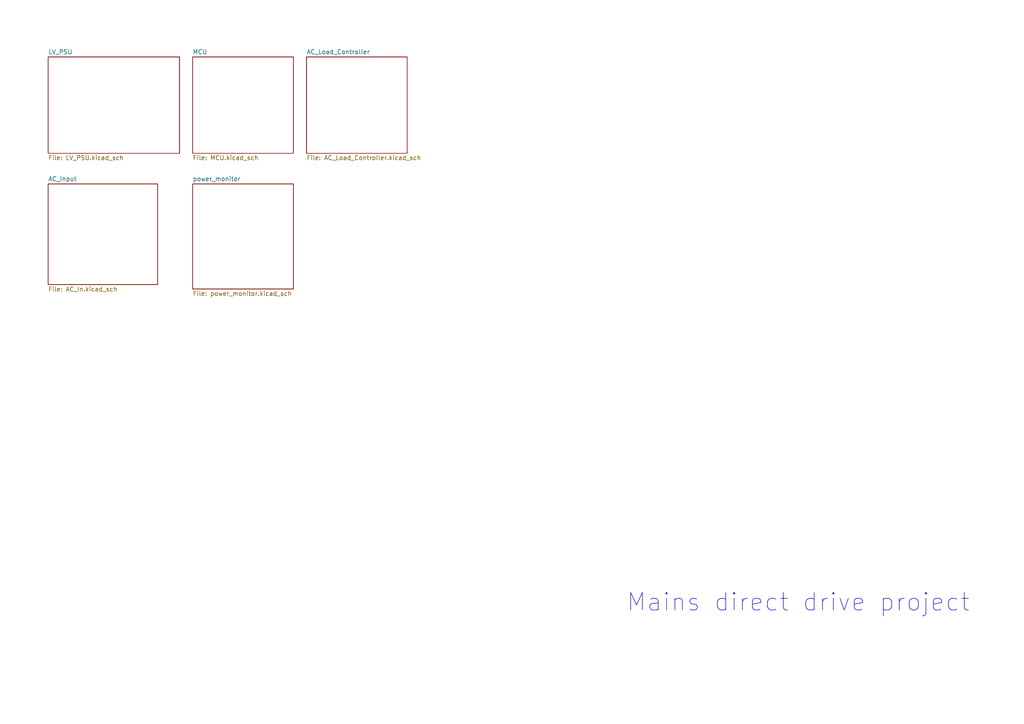
<source format=kicad_sch>
(kicad_sch (version 20211123) (generator eeschema)

  (uuid b171cd1c-8505-4d32-ab1b-18e098ba24e3)

  (paper "A4")

  (lib_symbols
  )


  (text "Mains direct drive project\n" (at 181.61 177.8 0)
    (effects (font (size 5.08 5.08)) (justify left bottom))
    (uuid 6d351fbc-acea-4811-9948-d4294e2759e2)
  )

  (sheet (at 13.97 53.34) (size 31.75 29.21) (fields_autoplaced)
    (stroke (width 0.1524) (type solid) (color 0 0 0 0))
    (fill (color 0 0 0 0.0000))
    (uuid 4c5d423a-c043-4f2a-9c9c-8d016974b6ee)
    (property "Sheet name" "AC_Input" (id 0) (at 13.97 52.6284 0)
      (effects (font (size 1.27 1.27)) (justify left bottom))
    )
    (property "Sheet file" "AC_In.kicad_sch" (id 1) (at 13.97 83.1346 0)
      (effects (font (size 1.27 1.27)) (justify left top))
    )
  )

  (sheet (at 55.88 16.51) (size 29.21 27.94) (fields_autoplaced)
    (stroke (width 0.1524) (type solid) (color 0 0 0 0))
    (fill (color 0 0 0 0.0000))
    (uuid 5c5c0372-91ba-444d-a300-79e288c744d7)
    (property "Sheet name" "MCU" (id 0) (at 55.88 15.7984 0)
      (effects (font (size 1.27 1.27)) (justify left bottom))
    )
    (property "Sheet file" "MCU.kicad_sch" (id 1) (at 55.88 45.0346 0)
      (effects (font (size 1.27 1.27)) (justify left top))
    )
  )

  (sheet (at 55.88 53.34) (size 29.21 30.48) (fields_autoplaced)
    (stroke (width 0.1524) (type solid) (color 0 0 0 0))
    (fill (color 0 0 0 0.0000))
    (uuid 8befc8c4-1a7d-4b18-adb8-89418994d134)
    (property "Sheet name" "power_monitor" (id 0) (at 55.88 52.6284 0)
      (effects (font (size 1.27 1.27)) (justify left bottom))
    )
    (property "Sheet file" "power_monitor.kicad_sch" (id 1) (at 55.88 84.4046 0)
      (effects (font (size 1.27 1.27)) (justify left top))
    )
  )

  (sheet (at 13.97 16.51) (size 38.1 27.94) (fields_autoplaced)
    (stroke (width 0.1524) (type solid) (color 0 0 0 0))
    (fill (color 0 0 0 0.0000))
    (uuid c5e739fd-d08e-410d-bcdd-6b62be08df5c)
    (property "Sheet name" "LV_PSU" (id 0) (at 13.97 15.7984 0)
      (effects (font (size 1.27 1.27)) (justify left bottom))
    )
    (property "Sheet file" "LV_PSU.kicad_sch" (id 1) (at 13.97 45.0346 0)
      (effects (font (size 1.27 1.27)) (justify left top))
    )
  )

  (sheet (at 88.9 16.51) (size 29.21 27.94) (fields_autoplaced)
    (stroke (width 0.1524) (type solid) (color 0 0 0 0))
    (fill (color 0 0 0 0.0000))
    (uuid f8271573-48bd-46c4-8c54-7f4e6bdd3847)
    (property "Sheet name" "AC_Load_Controller" (id 0) (at 88.9 15.7984 0)
      (effects (font (size 1.27 1.27)) (justify left bottom))
    )
    (property "Sheet file" "AC_Load_Controller.kicad_sch" (id 1) (at 88.9 45.0346 0)
      (effects (font (size 1.27 1.27)) (justify left top))
    )
  )

  (sheet_instances
    (path "/" (page "1"))
    (path "/c5e739fd-d08e-410d-bcdd-6b62be08df5c" (page "2"))
    (path "/5c5c0372-91ba-444d-a300-79e288c744d7" (page "3"))
    (path "/f8271573-48bd-46c4-8c54-7f4e6bdd3847" (page "4"))
    (path "/4c5d423a-c043-4f2a-9c9c-8d016974b6ee" (page "5"))
    (path "/8befc8c4-1a7d-4b18-adb8-89418994d134" (page "6"))
  )

  (symbol_instances
    (path "/5c5c0372-91ba-444d-a300-79e288c744d7/0ae77505-c3c8-4162-82d5-eb1f4e3c4ecf"
      (reference "#PWR?") (unit 1) (value "+3.3V") (footprint "")
    )
    (path "/5c5c0372-91ba-444d-a300-79e288c744d7/0b6e1634-77b0-4cb5-a8d4-e843a2164614"
      (reference "#PWR?") (unit 1) (value "+3.3V") (footprint "")
    )
    (path "/f8271573-48bd-46c4-8c54-7f4e6bdd3847/0f96ab99-9e62-4980-8eff-79d72afc6a61"
      (reference "#PWR?") (unit 1) (value "GND") (footprint "")
    )
    (path "/5c5c0372-91ba-444d-a300-79e288c744d7/144104ba-dfc4-463a-8f0f-4cec3998ceaa"
      (reference "#PWR?") (unit 1) (value "GND") (footprint "")
    )
    (path "/5c5c0372-91ba-444d-a300-79e288c744d7/2120fe75-f444-4898-bbac-00e619f0a569"
      (reference "#PWR?") (unit 1) (value "GND") (footprint "")
    )
    (path "/8befc8c4-1a7d-4b18-adb8-89418994d134/23b1d6e4-7eb1-4e0b-bfe5-c606ba0761f7"
      (reference "#PWR?") (unit 1) (value "GND") (footprint "")
    )
    (path "/f8271573-48bd-46c4-8c54-7f4e6bdd3847/29c68b6a-1a56-4537-a571-42ef2b61782c"
      (reference "#PWR?") (unit 1) (value "+15V") (footprint "")
    )
    (path "/5c5c0372-91ba-444d-a300-79e288c744d7/2cb44305-1d1b-4bb6-9902-843c3ecab781"
      (reference "#PWR?") (unit 1) (value "+3.3V") (footprint "")
    )
    (path "/5c5c0372-91ba-444d-a300-79e288c744d7/3ebea7f1-2031-469c-99dd-43a3971a601c"
      (reference "#PWR?") (unit 1) (value "GND") (footprint "")
    )
    (path "/5c5c0372-91ba-444d-a300-79e288c744d7/497085f2-26b5-4f9b-b7ef-7fec99ff2b3a"
      (reference "#PWR?") (unit 1) (value "GND") (footprint "")
    )
    (path "/5c5c0372-91ba-444d-a300-79e288c744d7/4c44edfa-a60a-46bb-8bd5-166e5c063327"
      (reference "#PWR?") (unit 1) (value "GND") (footprint "")
    )
    (path "/5c5c0372-91ba-444d-a300-79e288c744d7/5c6248a6-3002-4abc-8db0-b793802072ef"
      (reference "#PWR?") (unit 1) (value "GND") (footprint "")
    )
    (path "/5c5c0372-91ba-444d-a300-79e288c744d7/699aea46-c0d9-4d01-899b-bd04bff51cf3"
      (reference "#PWR?") (unit 1) (value "GND") (footprint "")
    )
    (path "/5c5c0372-91ba-444d-a300-79e288c744d7/6ee1b860-24b4-4a48-b8bb-4ece0ab8dd06"
      (reference "#PWR?") (unit 1) (value "GND") (footprint "")
    )
    (path "/4c5d423a-c043-4f2a-9c9c-8d016974b6ee/8d8cafdf-4b98-42fb-8af2-122407b6aad4"
      (reference "#PWR?") (unit 1) (value "NEUT") (footprint "")
    )
    (path "/f8271573-48bd-46c4-8c54-7f4e6bdd3847/960834e4-b491-4ef8-9e10-cff3a22156af"
      (reference "#PWR?") (unit 1) (value "GND") (footprint "")
    )
    (path "/5c5c0372-91ba-444d-a300-79e288c744d7/96ecfe45-d818-45f5-ba5a-472caa11b1a6"
      (reference "#PWR?") (unit 1) (value "+3.3V") (footprint "")
    )
    (path "/f8271573-48bd-46c4-8c54-7f4e6bdd3847/98e7ff26-01e0-4618-9a3e-3ef8a175be27"
      (reference "#PWR?") (unit 1) (value "+3.3V") (footprint "")
    )
    (path "/5c5c0372-91ba-444d-a300-79e288c744d7/993dc3c9-09e0-4313-a2dc-f6380ddad493"
      (reference "#PWR?") (unit 1) (value "GND") (footprint "")
    )
    (path "/5c5c0372-91ba-444d-a300-79e288c744d7/9b2c7c4e-b75c-4aff-a952-f2af75f454b5"
      (reference "#PWR?") (unit 1) (value "GND") (footprint "")
    )
    (path "/5c5c0372-91ba-444d-a300-79e288c744d7/9c9ba5ef-6557-4b2a-b490-cddf315795a6"
      (reference "#PWR?") (unit 1) (value "GND") (footprint "")
    )
    (path "/8befc8c4-1a7d-4b18-adb8-89418994d134/9d1c3aa5-ba82-4de3-b81f-c3f909808bc9"
      (reference "#PWR?") (unit 1) (value "+3.3V") (footprint "")
    )
    (path "/5c5c0372-91ba-444d-a300-79e288c744d7/9d4cabec-dc49-4488-9f78-5195fb9d83ec"
      (reference "#PWR?") (unit 1) (value "GND") (footprint "")
    )
    (path "/5c5c0372-91ba-444d-a300-79e288c744d7/a004c87d-aaa9-484b-8f1e-365341b6eb92"
      (reference "#PWR?") (unit 1) (value "+3.3V") (footprint "")
    )
    (path "/8befc8c4-1a7d-4b18-adb8-89418994d134/a3f1fe69-3d1f-4604-a150-d9326877fe1f"
      (reference "#PWR?") (unit 1) (value "GND") (footprint "")
    )
    (path "/4c5d423a-c043-4f2a-9c9c-8d016974b6ee/a61e3db5-370e-4b12-a69f-0b53ef488211"
      (reference "#PWR?") (unit 1) (value "GND") (footprint "")
    )
    (path "/f8271573-48bd-46c4-8c54-7f4e6bdd3847/a662b549-ee94-471c-bc9b-2e46448e976a"
      (reference "#PWR?") (unit 1) (value "GND") (footprint "")
    )
    (path "/c5e739fd-d08e-410d-bcdd-6b62be08df5c/a8b11a19-f471-4c28-9a2e-86f5d0709d3b"
      (reference "#PWR?") (unit 1) (value "+15V") (footprint "")
    )
    (path "/5c5c0372-91ba-444d-a300-79e288c744d7/b010fd53-a43a-4d48-b2a5-0cadc2d1a5f6"
      (reference "#PWR?") (unit 1) (value "GND") (footprint "")
    )
    (path "/5c5c0372-91ba-444d-a300-79e288c744d7/b0add623-fa55-401a-9c0d-35546b29b63f"
      (reference "#PWR?") (unit 1) (value "+15V") (footprint "")
    )
    (path "/5c5c0372-91ba-444d-a300-79e288c744d7/b4c06396-a79f-46b6-a0bf-8ad417e176a0"
      (reference "#PWR?") (unit 1) (value "GND") (footprint "")
    )
    (path "/8befc8c4-1a7d-4b18-adb8-89418994d134/b6f7d064-0e93-4bfd-b092-a4fc6e367e98"
      (reference "#PWR?") (unit 1) (value "GND") (footprint "")
    )
    (path "/8befc8c4-1a7d-4b18-adb8-89418994d134/b8d4154c-5e74-40b2-badb-c1cc1668637e"
      (reference "#PWR?") (unit 1) (value "+15V") (footprint "")
    )
    (path "/5c5c0372-91ba-444d-a300-79e288c744d7/b919f6f8-3ef2-4296-90f7-eb6a499d4b2b"
      (reference "#PWR?") (unit 1) (value "GND") (footprint "")
    )
    (path "/c5e739fd-d08e-410d-bcdd-6b62be08df5c/ba47dc76-b2e4-443a-b0a0-ebdc29e415c2"
      (reference "#PWR?") (unit 1) (value "LINE") (footprint "")
    )
    (path "/f8271573-48bd-46c4-8c54-7f4e6bdd3847/bafdd844-49db-432c-9ba0-5b02bef003d3"
      (reference "#PWR?") (unit 1) (value "GND") (footprint "")
    )
    (path "/5c5c0372-91ba-444d-a300-79e288c744d7/bb2a1997-b182-4f45-b5e7-c2285c4aee5d"
      (reference "#PWR?") (unit 1) (value "GND") (footprint "")
    )
    (path "/5c5c0372-91ba-444d-a300-79e288c744d7/bc0ed81d-c18d-409f-998c-bdc2891e5304"
      (reference "#PWR?") (unit 1) (value "GND") (footprint "")
    )
    (path "/4c5d423a-c043-4f2a-9c9c-8d016974b6ee/c33efeb1-0375-4d2c-b061-dccf49ac7084"
      (reference "#PWR?") (unit 1) (value "LINE") (footprint "")
    )
    (path "/5c5c0372-91ba-444d-a300-79e288c744d7/c3aff269-9780-4555-b9b0-0aefcc66fa53"
      (reference "#PWR?") (unit 1) (value "GND") (footprint "")
    )
    (path "/f8271573-48bd-46c4-8c54-7f4e6bdd3847/c4288168-53d2-4651-aac8-cff284d241b6"
      (reference "#PWR?") (unit 1) (value "GND") (footprint "")
    )
    (path "/f8271573-48bd-46c4-8c54-7f4e6bdd3847/d46c917d-065c-48c3-ae55-df47fb437b1e"
      (reference "#PWR?") (unit 1) (value "GND") (footprint "")
    )
    (path "/c5e739fd-d08e-410d-bcdd-6b62be08df5c/d57c1cc5-7b97-4716-ac8b-cd4616480a40"
      (reference "#PWR?") (unit 1) (value "GNDD") (footprint "")
    )
    (path "/5c5c0372-91ba-444d-a300-79e288c744d7/d8eb0e79-ed32-47b2-8ea4-20d84fca3e45"
      (reference "#PWR?") (unit 1) (value "GND") (footprint "")
    )
    (path "/5c5c0372-91ba-444d-a300-79e288c744d7/e4bb34de-5d39-4924-81c8-88a13374f43d"
      (reference "#PWR?") (unit 1) (value "GND") (footprint "")
    )
    (path "/c5e739fd-d08e-410d-bcdd-6b62be08df5c/e666458d-5780-432b-933f-743c84ed7b8a"
      (reference "#PWR?") (unit 1) (value "NEUT") (footprint "")
    )
    (path "/5c5c0372-91ba-444d-a300-79e288c744d7/f51fbc25-819e-4315-928e-7ee32e8b6286"
      (reference "#PWR?") (unit 1) (value "+3.3V") (footprint "")
    )
    (path "/f8271573-48bd-46c4-8c54-7f4e6bdd3847/f6eb10b3-e642-4ace-94f6-7148ae08a59b"
      (reference "#PWR?") (unit 1) (value "GND") (footprint "")
    )
    (path "/5c5c0372-91ba-444d-a300-79e288c744d7/fdfac6a1-d282-4c46-a77d-bca7106f4f74"
      (reference "#PWR?") (unit 1) (value "GND") (footprint "")
    )
    (path "/8befc8c4-1a7d-4b18-adb8-89418994d134/0240a61c-50a8-45e1-8118-f3064c6d55ec"
      (reference "C?") (unit 1) (value "0.1uF") (footprint "Capacitor_SMD:C_0402_1005Metric")
    )
    (path "/8befc8c4-1a7d-4b18-adb8-89418994d134/1554d637-a826-4161-a532-9185109a78e8"
      (reference "C?") (unit 1) (value "1uF") (footprint "Capacitor_SMD:C_0402_1005Metric")
    )
    (path "/c5e739fd-d08e-410d-bcdd-6b62be08df5c/219fa21d-d7c3-4d6c-b6a4-871c233fd4a2"
      (reference "C?") (unit 1) (value "47uF35V") (footprint "Capacitor_THT:CP_Radial_D8.0mm_P3.50mm")
    )
    (path "/5c5c0372-91ba-444d-a300-79e288c744d7/31429841-13a6-4922-8f64-c62d886ea633"
      (reference "C?") (unit 1) (value "1uF") (footprint "Capacitor_SMD:C_0402_1005Metric")
    )
    (path "/8befc8c4-1a7d-4b18-adb8-89418994d134/37cad483-ec41-4721-81fc-b3cea7710beb"
      (reference "C?") (unit 1) (value "33pF") (footprint "Capacitor_SMD:C_0805_2012Metric")
    )
    (path "/c5e739fd-d08e-410d-bcdd-6b62be08df5c/388d8966-638c-432f-8675-ddd7061b8087"
      (reference "C?") (unit 1) (value "0.1uF450V") (footprint "Capacitor_THT:CP_Radial_D12.5mm_P5.00mm")
    )
    (path "/f8271573-48bd-46c4-8c54-7f4e6bdd3847/3e6493cf-66ad-4a94-a6e7-24a1855eab49"
      (reference "C?") (unit 1) (value "0.1uF") (footprint "Capacitor_SMD:C_0402_1005Metric")
    )
    (path "/5c5c0372-91ba-444d-a300-79e288c744d7/4f39cf61-8c66-4dc5-a6fd-1726d3ddfa02"
      (reference "C?") (unit 1) (value "0.1uF") (footprint "Capacitor_SMD:C_0402_1005Metric")
    )
    (path "/8befc8c4-1a7d-4b18-adb8-89418994d134/53e2c80a-a9fc-4b7d-9a4b-2a62b912d916"
      (reference "C?") (unit 1) (value "33pF") (footprint "Capacitor_SMD:C_0805_2012Metric")
    )
    (path "/5c5c0372-91ba-444d-a300-79e288c744d7/57cb15ea-faa6-4ddc-aafd-2d8d7598a781"
      (reference "C?") (unit 1) (value "0.1uF") (footprint "Capacitor_SMD:C_0402_1005Metric")
    )
    (path "/8befc8c4-1a7d-4b18-adb8-89418994d134/5c8fee4e-5b9f-474d-8b21-06e87e0f93dd"
      (reference "C?") (unit 1) (value "0.1uF") (footprint "Capacitor_SMD:C_0402_1005Metric")
    )
    (path "/5c5c0372-91ba-444d-a300-79e288c744d7/5ef03b1b-1c3e-4997-b15b-9fbeb9a40af1"
      (reference "C?") (unit 1) (value "0.1uF") (footprint "Capacitor_SMD:C_0402_1005Metric")
    )
    (path "/8befc8c4-1a7d-4b18-adb8-89418994d134/64a73e9a-c9e2-4da3-93e7-7f0fd034f0d0"
      (reference "C?") (unit 1) (value "0.1uF") (footprint "Capacitor_SMD:C_0402_1005Metric")
    )
    (path "/5c5c0372-91ba-444d-a300-79e288c744d7/6b2e9648-7058-446e-92d3-2d0ea9de1570"
      (reference "C?") (unit 1) (value "1uF") (footprint "Capacitor_SMD:C_0402_1005Metric")
    )
    (path "/8befc8c4-1a7d-4b18-adb8-89418994d134/6ede8f57-a6ea-4101-a704-3ec2ee5d15ca"
      (reference "C?") (unit 1) (value "33pF") (footprint "Capacitor_SMD:C_0805_2012Metric")
    )
    (path "/5c5c0372-91ba-444d-a300-79e288c744d7/6f0c21a7-c751-4d49-8d49-65b404f94848"
      (reference "C?") (unit 1) (value "0.1uF") (footprint "Capacitor_SMD:C_0402_1005Metric")
    )
    (path "/5c5c0372-91ba-444d-a300-79e288c744d7/76b4d154-124c-4586-9d93-114e345282e1"
      (reference "C?") (unit 1) (value "0.1uF") (footprint "Capacitor_SMD:C_0402_1005Metric")
    )
    (path "/5c5c0372-91ba-444d-a300-79e288c744d7/8d52834a-3654-456e-b29d-ae8e4c980e7f"
      (reference "C?") (unit 1) (value "0.1uF") (footprint "Capacitor_SMD:C_0402_1005Metric")
    )
    (path "/c5e739fd-d08e-410d-bcdd-6b62be08df5c/933480fe-638a-4b60-989d-4c27c7b1f67c"
      (reference "C?") (unit 1) (value "220uF35V") (footprint "Capacitor_THT:CP_Radial_D8.0mm_P3.50mm")
    )
    (path "/f8271573-48bd-46c4-8c54-7f4e6bdd3847/a87d5849-1e09-4baf-80e1-7a283553016e"
      (reference "C?") (unit 1) (value "0.1uF") (footprint "Capacitor_SMD:C_0402_1005Metric")
    )
    (path "/5c5c0372-91ba-444d-a300-79e288c744d7/aff5dce5-7aab-4cf7-a3c2-b174716eb875"
      (reference "C?") (unit 1) (value "0.1uF") (footprint "Capacitor_SMD:C_0402_1005Metric")
    )
    (path "/8befc8c4-1a7d-4b18-adb8-89418994d134/b3f9f468-4c45-4522-8443-93a9f0971a88"
      (reference "C?") (unit 1) (value "33pF") (footprint "Capacitor_SMD:C_0805_2012Metric")
    )
    (path "/8befc8c4-1a7d-4b18-adb8-89418994d134/b582e9f7-d7e7-48b6-ba2d-660a521f8f53"
      (reference "C?") (unit 1) (value "33pF") (footprint "Capacitor_SMD:C_0805_2012Metric")
    )
    (path "/5c5c0372-91ba-444d-a300-79e288c744d7/b8af1600-5c92-4a50-a78c-c27d1d8edf16"
      (reference "C?") (unit 1) (value "0.1uF") (footprint "Capacitor_SMD:C_0402_1005Metric")
    )
    (path "/8befc8c4-1a7d-4b18-adb8-89418994d134/c42f7194-9417-4e98-9acf-e896dc5aa2ed"
      (reference "C?") (unit 1) (value "47uF") (footprint "")
    )
    (path "/8befc8c4-1a7d-4b18-adb8-89418994d134/c7bc389e-6914-47cd-99b3-9c8b1f41594b"
      (reference "C?") (unit 1) (value "10uF") (footprint "")
    )
    (path "/5c5c0372-91ba-444d-a300-79e288c744d7/d3e01ae4-d55c-4f52-9e78-c086bf2f0f86"
      (reference "C?") (unit 1) (value "10uF") (footprint "Capacitor_SMD:C_0402_1005Metric")
    )
    (path "/5c5c0372-91ba-444d-a300-79e288c744d7/d7eb58ad-3186-4488-bafd-b58f73fd0834"
      (reference "C?") (unit 1) (value "1uF") (footprint "Capacitor_SMD:C_0402_1005Metric")
    )
    (path "/8befc8c4-1a7d-4b18-adb8-89418994d134/e3097dae-e966-47a9-a027-ae5af7dec6c2"
      (reference "C?") (unit 1) (value "33pF") (footprint "Capacitor_SMD:C_0805_2012Metric")
    )
    (path "/5c5c0372-91ba-444d-a300-79e288c744d7/eb9d2404-8f2b-41e3-841d-2d6b35d570db"
      (reference "C?") (unit 1) (value "1uF") (footprint "Capacitor_SMD:C_0402_1005Metric")
    )
    (path "/8befc8c4-1a7d-4b18-adb8-89418994d134/ecf9461a-bf32-49b3-8075-05d83670cd4e"
      (reference "C?") (unit 1) (value "0.1uF") (footprint "Capacitor_SMD:C_0402_1005Metric")
    )
    (path "/c5e739fd-d08e-410d-bcdd-6b62be08df5c/ee8eccf2-b8d9-4ae5-a903-7648ec10d0f9"
      (reference "C?") (unit 1) (value "1000pF") (footprint "Capacitor_THT:C_Disc_D11.0mm_W5.0mm_P10.00mm")
    )
    (path "/8befc8c4-1a7d-4b18-adb8-89418994d134/f0e13460-54a4-4ecf-a13f-9b04a9ddec51"
      (reference "C?") (unit 1) (value "1uF") (footprint "")
    )
    (path "/5c5c0372-91ba-444d-a300-79e288c744d7/f99aa8bf-c874-4e98-8848-1dabf92df868"
      (reference "C?") (unit 1) (value "0.1uF") (footprint "Capacitor_SMD:C_0402_1005Metric")
    )
    (path "/8befc8c4-1a7d-4b18-adb8-89418994d134/fb52e97f-f252-49d1-a440-e65b0082c491"
      (reference "C?") (unit 1) (value "0.1uF") (footprint "Capacitor_SMD:C_0402_1005Metric")
    )
    (path "/4c5d423a-c043-4f2a-9c9c-8d016974b6ee/18474ed7-b337-46d0-8c32-350d1692a6ea"
      (reference "D?") (unit 1) (value "GBU3010") (footprint "Diode_THT:Diode_Bridge_Vishay_GBU")
    )
    (path "/f8271573-48bd-46c4-8c54-7f4e6bdd3847/bb48e1b0-2dce-426b-b16d-90479f4411ff"
      (reference "D?") (unit 1) (value "D_Schottky") (footprint "Package_TO_SOT_SMD:TO-252-2_TabPin1")
    )
    (path "/c5e739fd-d08e-410d-bcdd-6b62be08df5c/11a21cdf-5321-49ea-af3d-694e3555d343"
      (reference "F?") (unit 1) (value "Fuse") (footprint "Fuse:Fuse_Littelfuse_395Series")
    )
    (path "/c5e739fd-d08e-410d-bcdd-6b62be08df5c/eca0048b-2b09-428f-8b63-e3006d706758"
      (reference "F?") (unit 1) (value "MOV") (footprint "Varistor:RV_Disc_D14mm_W15.6mm_P7.5mm")
    )
    (path "/4c5d423a-c043-4f2a-9c9c-8d016974b6ee/08b14215-171b-4a42-bf0b-caafc477ad82"
      (reference "J?") (unit 1) (value "Screw_Terminal_01x02") (footprint "TerminalBlock_Phoenix:TerminalBlock_Phoenix_MKDS-1,5-2-5.08_1x02_P5.08mm_Horizontal")
    )
    (path "/5c5c0372-91ba-444d-a300-79e288c744d7/164d1208-dfe6-4e8f-8f72-2ae8946bb1bb"
      (reference "J?") (unit 1) (value "Conn_01x02_Male") (footprint "Connector_PinHeader_2.54mm:PinHeader_1x02_P2.54mm_Vertical")
    )
    (path "/5c5c0372-91ba-444d-a300-79e288c744d7/706a1343-ff82-4a77-8303-87c3a15576ec"
      (reference "J?") (unit 1) (value "SWD") (footprint "Connector_PinHeader_2.54mm:PinHeader_2x03_P2.54mm_Vertical")
    )
    (path "/8befc8c4-1a7d-4b18-adb8-89418994d134/bec8c102-a49e-4969-be72-2c89f2585654"
      (reference "J?") (unit 1) (value "Conn_01x02_Male") (footprint "Connector:Connector_Metz_AST_2POS_P5.0mm")
    )
    (path "/5c5c0372-91ba-444d-a300-79e288c744d7/d03bf52a-65f2-409a-9f1a-e52f1f91a7a3"
      (reference "J?") (unit 1) (value "Conn_02x06_Odd_Even") (footprint "Connector_PinHeader_2.54mm:PinHeader_2x06_P2.54mm_Vertical")
    )
    (path "/8befc8c4-1a7d-4b18-adb8-89418994d134/d9a2b39d-3679-4b26-88b0-b37a49b5b5b3"
      (reference "J?") (unit 1) (value "Conn_01x02_Male") (footprint "Connector:Connector_Metz_AST_2POS_P5.0mm")
    )
    (path "/c5e739fd-d08e-410d-bcdd-6b62be08df5c/7b4e0206-a111-4521-a145-530f3fb98a2c"
      (reference "L?") (unit 1) (value "2.2mH330mA") (footprint "Inductor_THT:L_Radial_D12.0mm_P5.00mm_Fastron_11P")
    )
    (path "/c5e739fd-d08e-410d-bcdd-6b62be08df5c/a4d7147a-fc46-47ca-98be-46159682155d"
      (reference "L?") (unit 1) (value "4.7uH2.2A") (footprint "Inductor_SMD:L_5x5mm_4x1.5mm")
    )
    (path "/f8271573-48bd-46c4-8c54-7f4e6bdd3847/38ae13bf-fe89-4306-8e01-742c0bd05b01"
      (reference "M?") (unit 1) (value "Motor_DC") (footprint "")
    )
    (path "/f8271573-48bd-46c4-8c54-7f4e6bdd3847/1fe30587-6c79-44d6-a76d-acd9d56d6aa6"
      (reference "Q?") (unit 1) (value "IPTG111N20NM3FDATMA1") (footprint "Package_TO_SOT_SMD:Infineon_PG-HSOF-8-1")
    )
    (path "/8befc8c4-1a7d-4b18-adb8-89418994d134/058ba348-e204-463e-86ff-351f820d8132"
      (reference "R?") (unit 1) (value "1k") (footprint "Resistor_SMD:R_0603_1608Metric")
    )
    (path "/8befc8c4-1a7d-4b18-adb8-89418994d134/1ec61e18-b52b-468d-b5da-bbca761144e5"
      (reference "R?") (unit 1) (value "1k") (footprint "Resistor_SMD:R_0603_1608Metric")
    )
    (path "/8befc8c4-1a7d-4b18-adb8-89418994d134/39b310de-fc9a-4756-bdec-9a6d3b287981"
      (reference "R?") (unit 1) (value "1k") (footprint "Resistor_SMD:R_0603_1608Metric")
    )
    (path "/8befc8c4-1a7d-4b18-adb8-89418994d134/3aa5f01a-ec47-4d26-a981-a1fd57c5baea"
      (reference "R?") (unit 1) (value "1k") (footprint "")
    )
    (path "/8befc8c4-1a7d-4b18-adb8-89418994d134/51fd244d-f766-4146-a928-c5fe214d27a6"
      (reference "R?") (unit 1) (value "10R") (footprint "")
    )
    (path "/8befc8c4-1a7d-4b18-adb8-89418994d134/60fe26ee-f593-4239-9401-d5810b4cba7c"
      (reference "R?") (unit 1) (value "1k") (footprint "Resistor_SMD:R_0603_1608Metric")
    )
    (path "/5c5c0372-91ba-444d-a300-79e288c744d7/6e78595a-3d39-4612-b7f1-85778574d06b"
      (reference "R?") (unit 1) (value "10k") (footprint "Resistor_SMD:R_01005_0402Metric")
    )
    (path "/f8271573-48bd-46c4-8c54-7f4e6bdd3847/7769c50e-e69d-4107-8da0-5f4e65ab60c7"
      (reference "R?") (unit 1) (value "10k") (footprint "Resistor_SMD:R_0402_1005Metric")
    )
    (path "/5c5c0372-91ba-444d-a300-79e288c744d7/7a03f4de-2851-4edc-98c8-981a519d9e79"
      (reference "R?") (unit 1) (value "10k") (footprint "Resistor_SMD:R_01005_0402Metric")
    )
    (path "/c5e739fd-d08e-410d-bcdd-6b62be08df5c/9accf7be-dc99-4abf-a978-43036b88638a"
      (reference "R?") (unit 1) (value "6R8") (footprint "Resistor_SMD:R_5329_13573Metric_Pad2.8x2")
    )
    (path "/8befc8c4-1a7d-4b18-adb8-89418994d134/9b19511e-eb91-4186-b3ad-3b5d1d0af4cc"
      (reference "R?") (unit 1) (value "51k") (footprint "")
    )
    (path "/8befc8c4-1a7d-4b18-adb8-89418994d134/ba7a2492-1813-4d06-a7cf-cd13b32d5a18"
      (reference "R?") (unit 1) (value "499k") (footprint "")
    )
    (path "/f8271573-48bd-46c4-8c54-7f4e6bdd3847/ca9a41c8-7778-4456-bab7-6ef05ab864fc"
      (reference "R?") (unit 1) (value "5") (footprint "Resistor_SMD:R_0402_1005Metric")
    )
    (path "/8befc8c4-1a7d-4b18-adb8-89418994d134/cb39f613-730b-4cd0-b9a4-890b0b8a7dc8"
      (reference "R?") (unit 1) (value "2mOhm") (footprint "")
    )
    (path "/f8271573-48bd-46c4-8c54-7f4e6bdd3847/d5fad3ba-587c-435c-85a9-c2e62dbb610f"
      (reference "R?") (unit 1) (value "5") (footprint "Capacitor_SMD:C_1206_3216Metric")
    )
    (path "/8befc8c4-1a7d-4b18-adb8-89418994d134/d882a01e-e338-4c2e-a31b-422147990330"
      (reference "R?") (unit 1) (value "2mOhm") (footprint "")
    )
    (path "/8befc8c4-1a7d-4b18-adb8-89418994d134/da3d3852-5bb0-4450-a744-c8cf198f96dc"
      (reference "R?") (unit 1) (value "499k") (footprint "")
    )
    (path "/8befc8c4-1a7d-4b18-adb8-89418994d134/e0e072d6-934b-478d-817c-16899fd5f7a8"
      (reference "R?") (unit 1) (value "5.1k") (footprint "")
    )
    (path "/8befc8c4-1a7d-4b18-adb8-89418994d134/f07b3458-e6c0-4b2f-b3c7-e14bdef200f9"
      (reference "R?") (unit 1) (value "51k") (footprint "")
    )
    (path "/c5e739fd-d08e-410d-bcdd-6b62be08df5c/5b2b0403-9c3b-4892-a3fb-b458db1d139f"
      (reference "U?") (unit 1) (value "LS10-13B_Series") (footprint "Converter_ACDC:Converter_ACDC_Mornsun_LS03-13B_series")
    )
    (path "/f8271573-48bd-46c4-8c54-7f4e6bdd3847/63811d9d-21d5-496d-8c35-c171288e7d66"
      (reference "U?") (unit 1) (value "Si823H9") (footprint "Package_SO:SOIC-8_3.9x4.9mm_P1.27mm")
    )
    (path "/5c5c0372-91ba-444d-a300-79e288c744d7/7706a330-a481-4aed-a4fd-8df90f924fff"
      (reference "U?") (unit 1) (value "EFM32PG22C200F128IM32-C") (footprint "Package_DFN_QFN:QFN-32-1EP_4x4mm_P0.4mm_EP2.8x2.8mm")
    )
    (path "/8befc8c4-1a7d-4b18-adb8-89418994d134/c637cd24-858d-4908-818f-7d5c35d6a65c"
      (reference "U?") (unit 1) (value "ADuM121N") (footprint "Package_SO:SOIC-8_3.9x4.9mm_P1.27mm")
    )
    (path "/8befc8c4-1a7d-4b18-adb8-89418994d134/df04cfa6-96b0-40c4-90e8-df2f9bfb8368"
      (reference "U?") (unit 1) (value "MCP39F511") (footprint "Package_DFN_QFN:QFN-28-1EP_5x5mm_P0.5mm_EP3.35x3.35mm")
    )
    (path "/5c5c0372-91ba-444d-a300-79e288c744d7/e17c63aa-7ec7-4dee-8cda-cb4d0299d357"
      (reference "U?") (unit 1) (value "AP7375-33SA-7") (footprint "Package_TO_SOT_SMD:SC-59")
    )
    (path "/8befc8c4-1a7d-4b18-adb8-89418994d134/f01f2c3e-d2c0-4e94-8d46-17be3bb8af34"
      (reference "U?") (unit 1) (value "NCS1S2403SC") (footprint "Converter_DCDC:Converter_DCDC_Murata_NCS1SxxxxSC_THT")
    )
    (path "/5c5c0372-91ba-444d-a300-79e288c744d7/b9cefa5a-9547-4c56-bb55-da0cff722ff3"
      (reference "X?") (unit 1) (value "ECS-2520") (footprint "Oscillator:Oscillator_SMD_ECS_2520MV-xxx-xx-4Pin_2.5x2.0mm")
    )
  )
)

</source>
